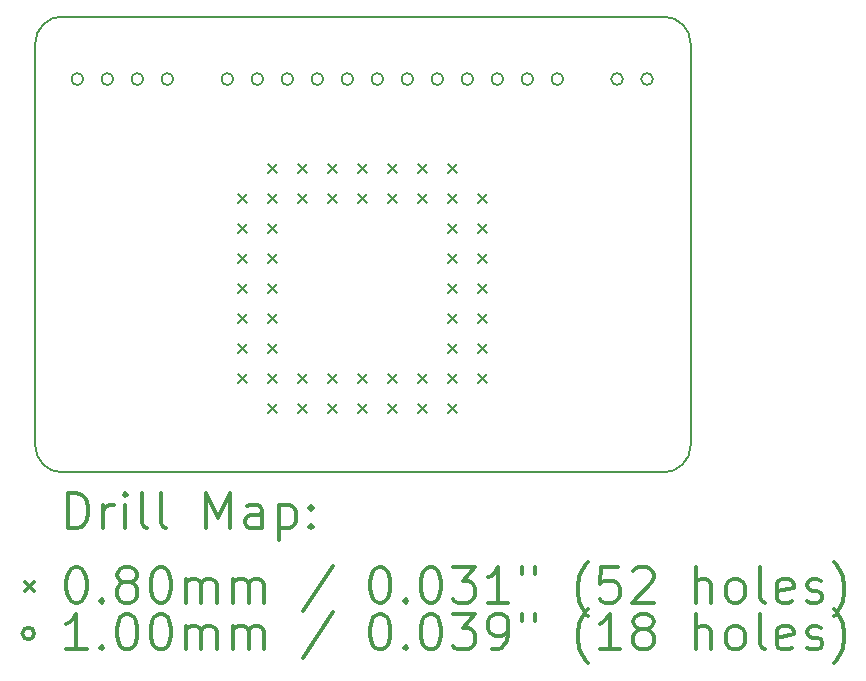
<source format=gbr>
%FSLAX45Y45*%
G04 Gerber Fmt 4.5, Leading zero omitted, Abs format (unit mm)*
G04 Created by KiCad (PCBNEW (5.1.6)-1) date 2021-06-26 13:41:21*
%MOMM*%
%LPD*%
G01*
G04 APERTURE LIST*
%TA.AperFunction,Profile*%
%ADD10C,0.150000*%
%TD*%
%ADD11C,0.200000*%
%ADD12C,0.300000*%
G04 APERTURE END LIST*
D10*
X11660000Y-7140000D02*
X16750000Y-7140000D01*
X16750000Y-3280000D02*
X11660000Y-3280000D01*
X11430000Y-6910000D02*
X11430000Y-3510000D01*
X11660000Y-7140000D02*
G75*
G02*
X11430000Y-6910000I0J230000D01*
G01*
X11430000Y-3510000D02*
G75*
G02*
X11660000Y-3280000I230000J0D01*
G01*
X16980000Y-3510000D02*
X16980000Y-6910000D01*
X16980000Y-6910000D02*
G75*
G02*
X16750000Y-7140000I-230000J0D01*
G01*
X16750000Y-3280000D02*
G75*
G02*
X16980000Y-3510000I0J-230000D01*
G01*
D11*
X13144000Y-4782000D02*
X13224000Y-4862000D01*
X13224000Y-4782000D02*
X13144000Y-4862000D01*
X13144000Y-5036000D02*
X13224000Y-5116000D01*
X13224000Y-5036000D02*
X13144000Y-5116000D01*
X13144000Y-5290000D02*
X13224000Y-5370000D01*
X13224000Y-5290000D02*
X13144000Y-5370000D01*
X13144000Y-5544000D02*
X13224000Y-5624000D01*
X13224000Y-5544000D02*
X13144000Y-5624000D01*
X13144000Y-5798000D02*
X13224000Y-5878000D01*
X13224000Y-5798000D02*
X13144000Y-5878000D01*
X13144000Y-6052000D02*
X13224000Y-6132000D01*
X13224000Y-6052000D02*
X13144000Y-6132000D01*
X13144000Y-6306000D02*
X13224000Y-6386000D01*
X13224000Y-6306000D02*
X13144000Y-6386000D01*
X13398000Y-4528000D02*
X13478000Y-4608000D01*
X13478000Y-4528000D02*
X13398000Y-4608000D01*
X13398000Y-4782000D02*
X13478000Y-4862000D01*
X13478000Y-4782000D02*
X13398000Y-4862000D01*
X13398000Y-5036000D02*
X13478000Y-5116000D01*
X13478000Y-5036000D02*
X13398000Y-5116000D01*
X13398000Y-5290000D02*
X13478000Y-5370000D01*
X13478000Y-5290000D02*
X13398000Y-5370000D01*
X13398000Y-5544000D02*
X13478000Y-5624000D01*
X13478000Y-5544000D02*
X13398000Y-5624000D01*
X13398000Y-5798000D02*
X13478000Y-5878000D01*
X13478000Y-5798000D02*
X13398000Y-5878000D01*
X13398000Y-6052000D02*
X13478000Y-6132000D01*
X13478000Y-6052000D02*
X13398000Y-6132000D01*
X13398000Y-6306000D02*
X13478000Y-6386000D01*
X13478000Y-6306000D02*
X13398000Y-6386000D01*
X13398000Y-6560000D02*
X13478000Y-6640000D01*
X13478000Y-6560000D02*
X13398000Y-6640000D01*
X13652000Y-4528000D02*
X13732000Y-4608000D01*
X13732000Y-4528000D02*
X13652000Y-4608000D01*
X13652000Y-4782000D02*
X13732000Y-4862000D01*
X13732000Y-4782000D02*
X13652000Y-4862000D01*
X13652000Y-6306000D02*
X13732000Y-6386000D01*
X13732000Y-6306000D02*
X13652000Y-6386000D01*
X13652000Y-6560000D02*
X13732000Y-6640000D01*
X13732000Y-6560000D02*
X13652000Y-6640000D01*
X13906000Y-4528000D02*
X13986000Y-4608000D01*
X13986000Y-4528000D02*
X13906000Y-4608000D01*
X13906000Y-4782000D02*
X13986000Y-4862000D01*
X13986000Y-4782000D02*
X13906000Y-4862000D01*
X13906000Y-6306000D02*
X13986000Y-6386000D01*
X13986000Y-6306000D02*
X13906000Y-6386000D01*
X13906000Y-6560000D02*
X13986000Y-6640000D01*
X13986000Y-6560000D02*
X13906000Y-6640000D01*
X14160000Y-4528000D02*
X14240000Y-4608000D01*
X14240000Y-4528000D02*
X14160000Y-4608000D01*
X14160000Y-4782000D02*
X14240000Y-4862000D01*
X14240000Y-4782000D02*
X14160000Y-4862000D01*
X14160000Y-6306000D02*
X14240000Y-6386000D01*
X14240000Y-6306000D02*
X14160000Y-6386000D01*
X14160000Y-6560000D02*
X14240000Y-6640000D01*
X14240000Y-6560000D02*
X14160000Y-6640000D01*
X14414000Y-4528000D02*
X14494000Y-4608000D01*
X14494000Y-4528000D02*
X14414000Y-4608000D01*
X14414000Y-4782000D02*
X14494000Y-4862000D01*
X14494000Y-4782000D02*
X14414000Y-4862000D01*
X14414000Y-6306000D02*
X14494000Y-6386000D01*
X14494000Y-6306000D02*
X14414000Y-6386000D01*
X14414000Y-6560000D02*
X14494000Y-6640000D01*
X14494000Y-6560000D02*
X14414000Y-6640000D01*
X14668000Y-4528000D02*
X14748000Y-4608000D01*
X14748000Y-4528000D02*
X14668000Y-4608000D01*
X14668000Y-4782000D02*
X14748000Y-4862000D01*
X14748000Y-4782000D02*
X14668000Y-4862000D01*
X14668000Y-6306000D02*
X14748000Y-6386000D01*
X14748000Y-6306000D02*
X14668000Y-6386000D01*
X14668000Y-6560000D02*
X14748000Y-6640000D01*
X14748000Y-6560000D02*
X14668000Y-6640000D01*
X14922000Y-4528000D02*
X15002000Y-4608000D01*
X15002000Y-4528000D02*
X14922000Y-4608000D01*
X14922000Y-4782000D02*
X15002000Y-4862000D01*
X15002000Y-4782000D02*
X14922000Y-4862000D01*
X14922000Y-5036000D02*
X15002000Y-5116000D01*
X15002000Y-5036000D02*
X14922000Y-5116000D01*
X14922000Y-5290000D02*
X15002000Y-5370000D01*
X15002000Y-5290000D02*
X14922000Y-5370000D01*
X14922000Y-5544000D02*
X15002000Y-5624000D01*
X15002000Y-5544000D02*
X14922000Y-5624000D01*
X14922000Y-5798000D02*
X15002000Y-5878000D01*
X15002000Y-5798000D02*
X14922000Y-5878000D01*
X14922000Y-6052000D02*
X15002000Y-6132000D01*
X15002000Y-6052000D02*
X14922000Y-6132000D01*
X14922000Y-6306000D02*
X15002000Y-6386000D01*
X15002000Y-6306000D02*
X14922000Y-6386000D01*
X14922000Y-6560000D02*
X15002000Y-6640000D01*
X15002000Y-6560000D02*
X14922000Y-6640000D01*
X15176000Y-4782000D02*
X15256000Y-4862000D01*
X15256000Y-4782000D02*
X15176000Y-4862000D01*
X15176000Y-5036000D02*
X15256000Y-5116000D01*
X15256000Y-5036000D02*
X15176000Y-5116000D01*
X15176000Y-5290000D02*
X15256000Y-5370000D01*
X15256000Y-5290000D02*
X15176000Y-5370000D01*
X15176000Y-5544000D02*
X15256000Y-5624000D01*
X15256000Y-5544000D02*
X15176000Y-5624000D01*
X15176000Y-5798000D02*
X15256000Y-5878000D01*
X15256000Y-5798000D02*
X15176000Y-5878000D01*
X15176000Y-6052000D02*
X15256000Y-6132000D01*
X15256000Y-6052000D02*
X15176000Y-6132000D01*
X15176000Y-6306000D02*
X15256000Y-6386000D01*
X15256000Y-6306000D02*
X15176000Y-6386000D01*
X11837000Y-3810000D02*
G75*
G03*
X11837000Y-3810000I-50000J0D01*
G01*
X12091000Y-3810000D02*
G75*
G03*
X12091000Y-3810000I-50000J0D01*
G01*
X12345000Y-3810000D02*
G75*
G03*
X12345000Y-3810000I-50000J0D01*
G01*
X12599000Y-3810000D02*
G75*
G03*
X12599000Y-3810000I-50000J0D01*
G01*
X13107000Y-3810000D02*
G75*
G03*
X13107000Y-3810000I-50000J0D01*
G01*
X13361000Y-3810000D02*
G75*
G03*
X13361000Y-3810000I-50000J0D01*
G01*
X13615000Y-3810000D02*
G75*
G03*
X13615000Y-3810000I-50000J0D01*
G01*
X13869000Y-3810000D02*
G75*
G03*
X13869000Y-3810000I-50000J0D01*
G01*
X14123000Y-3810000D02*
G75*
G03*
X14123000Y-3810000I-50000J0D01*
G01*
X14377000Y-3810000D02*
G75*
G03*
X14377000Y-3810000I-50000J0D01*
G01*
X14631000Y-3810000D02*
G75*
G03*
X14631000Y-3810000I-50000J0D01*
G01*
X14885000Y-3810000D02*
G75*
G03*
X14885000Y-3810000I-50000J0D01*
G01*
X15139000Y-3810000D02*
G75*
G03*
X15139000Y-3810000I-50000J0D01*
G01*
X15393000Y-3810000D02*
G75*
G03*
X15393000Y-3810000I-50000J0D01*
G01*
X15647000Y-3810000D02*
G75*
G03*
X15647000Y-3810000I-50000J0D01*
G01*
X15901000Y-3810000D02*
G75*
G03*
X15901000Y-3810000I-50000J0D01*
G01*
X16407000Y-3810000D02*
G75*
G03*
X16407000Y-3810000I-50000J0D01*
G01*
X16661000Y-3810000D02*
G75*
G03*
X16661000Y-3810000I-50000J0D01*
G01*
D12*
X11708928Y-7613214D02*
X11708928Y-7313214D01*
X11780357Y-7313214D01*
X11823214Y-7327500D01*
X11851786Y-7356071D01*
X11866071Y-7384643D01*
X11880357Y-7441786D01*
X11880357Y-7484643D01*
X11866071Y-7541786D01*
X11851786Y-7570357D01*
X11823214Y-7598929D01*
X11780357Y-7613214D01*
X11708928Y-7613214D01*
X12008928Y-7613214D02*
X12008928Y-7413214D01*
X12008928Y-7470357D02*
X12023214Y-7441786D01*
X12037500Y-7427500D01*
X12066071Y-7413214D01*
X12094643Y-7413214D01*
X12194643Y-7613214D02*
X12194643Y-7413214D01*
X12194643Y-7313214D02*
X12180357Y-7327500D01*
X12194643Y-7341786D01*
X12208928Y-7327500D01*
X12194643Y-7313214D01*
X12194643Y-7341786D01*
X12380357Y-7613214D02*
X12351786Y-7598929D01*
X12337500Y-7570357D01*
X12337500Y-7313214D01*
X12537500Y-7613214D02*
X12508928Y-7598929D01*
X12494643Y-7570357D01*
X12494643Y-7313214D01*
X12880357Y-7613214D02*
X12880357Y-7313214D01*
X12980357Y-7527500D01*
X13080357Y-7313214D01*
X13080357Y-7613214D01*
X13351786Y-7613214D02*
X13351786Y-7456071D01*
X13337500Y-7427500D01*
X13308928Y-7413214D01*
X13251786Y-7413214D01*
X13223214Y-7427500D01*
X13351786Y-7598929D02*
X13323214Y-7613214D01*
X13251786Y-7613214D01*
X13223214Y-7598929D01*
X13208928Y-7570357D01*
X13208928Y-7541786D01*
X13223214Y-7513214D01*
X13251786Y-7498929D01*
X13323214Y-7498929D01*
X13351786Y-7484643D01*
X13494643Y-7413214D02*
X13494643Y-7713214D01*
X13494643Y-7427500D02*
X13523214Y-7413214D01*
X13580357Y-7413214D01*
X13608928Y-7427500D01*
X13623214Y-7441786D01*
X13637500Y-7470357D01*
X13637500Y-7556071D01*
X13623214Y-7584643D01*
X13608928Y-7598929D01*
X13580357Y-7613214D01*
X13523214Y-7613214D01*
X13494643Y-7598929D01*
X13766071Y-7584643D02*
X13780357Y-7598929D01*
X13766071Y-7613214D01*
X13751786Y-7598929D01*
X13766071Y-7584643D01*
X13766071Y-7613214D01*
X13766071Y-7427500D02*
X13780357Y-7441786D01*
X13766071Y-7456071D01*
X13751786Y-7441786D01*
X13766071Y-7427500D01*
X13766071Y-7456071D01*
X11342500Y-8067500D02*
X11422500Y-8147500D01*
X11422500Y-8067500D02*
X11342500Y-8147500D01*
X11766071Y-7943214D02*
X11794643Y-7943214D01*
X11823214Y-7957500D01*
X11837500Y-7971786D01*
X11851786Y-8000357D01*
X11866071Y-8057500D01*
X11866071Y-8128929D01*
X11851786Y-8186071D01*
X11837500Y-8214643D01*
X11823214Y-8228929D01*
X11794643Y-8243214D01*
X11766071Y-8243214D01*
X11737500Y-8228929D01*
X11723214Y-8214643D01*
X11708928Y-8186071D01*
X11694643Y-8128929D01*
X11694643Y-8057500D01*
X11708928Y-8000357D01*
X11723214Y-7971786D01*
X11737500Y-7957500D01*
X11766071Y-7943214D01*
X11994643Y-8214643D02*
X12008928Y-8228929D01*
X11994643Y-8243214D01*
X11980357Y-8228929D01*
X11994643Y-8214643D01*
X11994643Y-8243214D01*
X12180357Y-8071786D02*
X12151786Y-8057500D01*
X12137500Y-8043214D01*
X12123214Y-8014643D01*
X12123214Y-8000357D01*
X12137500Y-7971786D01*
X12151786Y-7957500D01*
X12180357Y-7943214D01*
X12237500Y-7943214D01*
X12266071Y-7957500D01*
X12280357Y-7971786D01*
X12294643Y-8000357D01*
X12294643Y-8014643D01*
X12280357Y-8043214D01*
X12266071Y-8057500D01*
X12237500Y-8071786D01*
X12180357Y-8071786D01*
X12151786Y-8086071D01*
X12137500Y-8100357D01*
X12123214Y-8128929D01*
X12123214Y-8186071D01*
X12137500Y-8214643D01*
X12151786Y-8228929D01*
X12180357Y-8243214D01*
X12237500Y-8243214D01*
X12266071Y-8228929D01*
X12280357Y-8214643D01*
X12294643Y-8186071D01*
X12294643Y-8128929D01*
X12280357Y-8100357D01*
X12266071Y-8086071D01*
X12237500Y-8071786D01*
X12480357Y-7943214D02*
X12508928Y-7943214D01*
X12537500Y-7957500D01*
X12551786Y-7971786D01*
X12566071Y-8000357D01*
X12580357Y-8057500D01*
X12580357Y-8128929D01*
X12566071Y-8186071D01*
X12551786Y-8214643D01*
X12537500Y-8228929D01*
X12508928Y-8243214D01*
X12480357Y-8243214D01*
X12451786Y-8228929D01*
X12437500Y-8214643D01*
X12423214Y-8186071D01*
X12408928Y-8128929D01*
X12408928Y-8057500D01*
X12423214Y-8000357D01*
X12437500Y-7971786D01*
X12451786Y-7957500D01*
X12480357Y-7943214D01*
X12708928Y-8243214D02*
X12708928Y-8043214D01*
X12708928Y-8071786D02*
X12723214Y-8057500D01*
X12751786Y-8043214D01*
X12794643Y-8043214D01*
X12823214Y-8057500D01*
X12837500Y-8086071D01*
X12837500Y-8243214D01*
X12837500Y-8086071D02*
X12851786Y-8057500D01*
X12880357Y-8043214D01*
X12923214Y-8043214D01*
X12951786Y-8057500D01*
X12966071Y-8086071D01*
X12966071Y-8243214D01*
X13108928Y-8243214D02*
X13108928Y-8043214D01*
X13108928Y-8071786D02*
X13123214Y-8057500D01*
X13151786Y-8043214D01*
X13194643Y-8043214D01*
X13223214Y-8057500D01*
X13237500Y-8086071D01*
X13237500Y-8243214D01*
X13237500Y-8086071D02*
X13251786Y-8057500D01*
X13280357Y-8043214D01*
X13323214Y-8043214D01*
X13351786Y-8057500D01*
X13366071Y-8086071D01*
X13366071Y-8243214D01*
X13951786Y-7928929D02*
X13694643Y-8314643D01*
X14337500Y-7943214D02*
X14366071Y-7943214D01*
X14394643Y-7957500D01*
X14408928Y-7971786D01*
X14423214Y-8000357D01*
X14437500Y-8057500D01*
X14437500Y-8128929D01*
X14423214Y-8186071D01*
X14408928Y-8214643D01*
X14394643Y-8228929D01*
X14366071Y-8243214D01*
X14337500Y-8243214D01*
X14308928Y-8228929D01*
X14294643Y-8214643D01*
X14280357Y-8186071D01*
X14266071Y-8128929D01*
X14266071Y-8057500D01*
X14280357Y-8000357D01*
X14294643Y-7971786D01*
X14308928Y-7957500D01*
X14337500Y-7943214D01*
X14566071Y-8214643D02*
X14580357Y-8228929D01*
X14566071Y-8243214D01*
X14551786Y-8228929D01*
X14566071Y-8214643D01*
X14566071Y-8243214D01*
X14766071Y-7943214D02*
X14794643Y-7943214D01*
X14823214Y-7957500D01*
X14837500Y-7971786D01*
X14851786Y-8000357D01*
X14866071Y-8057500D01*
X14866071Y-8128929D01*
X14851786Y-8186071D01*
X14837500Y-8214643D01*
X14823214Y-8228929D01*
X14794643Y-8243214D01*
X14766071Y-8243214D01*
X14737500Y-8228929D01*
X14723214Y-8214643D01*
X14708928Y-8186071D01*
X14694643Y-8128929D01*
X14694643Y-8057500D01*
X14708928Y-8000357D01*
X14723214Y-7971786D01*
X14737500Y-7957500D01*
X14766071Y-7943214D01*
X14966071Y-7943214D02*
X15151786Y-7943214D01*
X15051786Y-8057500D01*
X15094643Y-8057500D01*
X15123214Y-8071786D01*
X15137500Y-8086071D01*
X15151786Y-8114643D01*
X15151786Y-8186071D01*
X15137500Y-8214643D01*
X15123214Y-8228929D01*
X15094643Y-8243214D01*
X15008928Y-8243214D01*
X14980357Y-8228929D01*
X14966071Y-8214643D01*
X15437500Y-8243214D02*
X15266071Y-8243214D01*
X15351786Y-8243214D02*
X15351786Y-7943214D01*
X15323214Y-7986071D01*
X15294643Y-8014643D01*
X15266071Y-8028929D01*
X15551786Y-7943214D02*
X15551786Y-8000357D01*
X15666071Y-7943214D02*
X15666071Y-8000357D01*
X16108928Y-8357500D02*
X16094643Y-8343214D01*
X16066071Y-8300357D01*
X16051786Y-8271786D01*
X16037500Y-8228929D01*
X16023214Y-8157500D01*
X16023214Y-8100357D01*
X16037500Y-8028929D01*
X16051786Y-7986071D01*
X16066071Y-7957500D01*
X16094643Y-7914643D01*
X16108928Y-7900357D01*
X16366071Y-7943214D02*
X16223214Y-7943214D01*
X16208928Y-8086071D01*
X16223214Y-8071786D01*
X16251786Y-8057500D01*
X16323214Y-8057500D01*
X16351786Y-8071786D01*
X16366071Y-8086071D01*
X16380357Y-8114643D01*
X16380357Y-8186071D01*
X16366071Y-8214643D01*
X16351786Y-8228929D01*
X16323214Y-8243214D01*
X16251786Y-8243214D01*
X16223214Y-8228929D01*
X16208928Y-8214643D01*
X16494643Y-7971786D02*
X16508928Y-7957500D01*
X16537500Y-7943214D01*
X16608928Y-7943214D01*
X16637500Y-7957500D01*
X16651786Y-7971786D01*
X16666071Y-8000357D01*
X16666071Y-8028929D01*
X16651786Y-8071786D01*
X16480357Y-8243214D01*
X16666071Y-8243214D01*
X17023214Y-8243214D02*
X17023214Y-7943214D01*
X17151786Y-8243214D02*
X17151786Y-8086071D01*
X17137500Y-8057500D01*
X17108928Y-8043214D01*
X17066071Y-8043214D01*
X17037500Y-8057500D01*
X17023214Y-8071786D01*
X17337500Y-8243214D02*
X17308928Y-8228929D01*
X17294643Y-8214643D01*
X17280357Y-8186071D01*
X17280357Y-8100357D01*
X17294643Y-8071786D01*
X17308928Y-8057500D01*
X17337500Y-8043214D01*
X17380357Y-8043214D01*
X17408928Y-8057500D01*
X17423214Y-8071786D01*
X17437500Y-8100357D01*
X17437500Y-8186071D01*
X17423214Y-8214643D01*
X17408928Y-8228929D01*
X17380357Y-8243214D01*
X17337500Y-8243214D01*
X17608928Y-8243214D02*
X17580357Y-8228929D01*
X17566071Y-8200357D01*
X17566071Y-7943214D01*
X17837500Y-8228929D02*
X17808928Y-8243214D01*
X17751786Y-8243214D01*
X17723214Y-8228929D01*
X17708928Y-8200357D01*
X17708928Y-8086071D01*
X17723214Y-8057500D01*
X17751786Y-8043214D01*
X17808928Y-8043214D01*
X17837500Y-8057500D01*
X17851786Y-8086071D01*
X17851786Y-8114643D01*
X17708928Y-8143214D01*
X17966071Y-8228929D02*
X17994643Y-8243214D01*
X18051786Y-8243214D01*
X18080357Y-8228929D01*
X18094643Y-8200357D01*
X18094643Y-8186071D01*
X18080357Y-8157500D01*
X18051786Y-8143214D01*
X18008928Y-8143214D01*
X17980357Y-8128929D01*
X17966071Y-8100357D01*
X17966071Y-8086071D01*
X17980357Y-8057500D01*
X18008928Y-8043214D01*
X18051786Y-8043214D01*
X18080357Y-8057500D01*
X18194643Y-8357500D02*
X18208928Y-8343214D01*
X18237500Y-8300357D01*
X18251786Y-8271786D01*
X18266071Y-8228929D01*
X18280357Y-8157500D01*
X18280357Y-8100357D01*
X18266071Y-8028929D01*
X18251786Y-7986071D01*
X18237500Y-7957500D01*
X18208928Y-7914643D01*
X18194643Y-7900357D01*
X11422500Y-8503500D02*
G75*
G03*
X11422500Y-8503500I-50000J0D01*
G01*
X11866071Y-8639214D02*
X11694643Y-8639214D01*
X11780357Y-8639214D02*
X11780357Y-8339214D01*
X11751786Y-8382071D01*
X11723214Y-8410643D01*
X11694643Y-8424929D01*
X11994643Y-8610643D02*
X12008928Y-8624929D01*
X11994643Y-8639214D01*
X11980357Y-8624929D01*
X11994643Y-8610643D01*
X11994643Y-8639214D01*
X12194643Y-8339214D02*
X12223214Y-8339214D01*
X12251786Y-8353500D01*
X12266071Y-8367786D01*
X12280357Y-8396357D01*
X12294643Y-8453500D01*
X12294643Y-8524929D01*
X12280357Y-8582072D01*
X12266071Y-8610643D01*
X12251786Y-8624929D01*
X12223214Y-8639214D01*
X12194643Y-8639214D01*
X12166071Y-8624929D01*
X12151786Y-8610643D01*
X12137500Y-8582072D01*
X12123214Y-8524929D01*
X12123214Y-8453500D01*
X12137500Y-8396357D01*
X12151786Y-8367786D01*
X12166071Y-8353500D01*
X12194643Y-8339214D01*
X12480357Y-8339214D02*
X12508928Y-8339214D01*
X12537500Y-8353500D01*
X12551786Y-8367786D01*
X12566071Y-8396357D01*
X12580357Y-8453500D01*
X12580357Y-8524929D01*
X12566071Y-8582072D01*
X12551786Y-8610643D01*
X12537500Y-8624929D01*
X12508928Y-8639214D01*
X12480357Y-8639214D01*
X12451786Y-8624929D01*
X12437500Y-8610643D01*
X12423214Y-8582072D01*
X12408928Y-8524929D01*
X12408928Y-8453500D01*
X12423214Y-8396357D01*
X12437500Y-8367786D01*
X12451786Y-8353500D01*
X12480357Y-8339214D01*
X12708928Y-8639214D02*
X12708928Y-8439214D01*
X12708928Y-8467786D02*
X12723214Y-8453500D01*
X12751786Y-8439214D01*
X12794643Y-8439214D01*
X12823214Y-8453500D01*
X12837500Y-8482072D01*
X12837500Y-8639214D01*
X12837500Y-8482072D02*
X12851786Y-8453500D01*
X12880357Y-8439214D01*
X12923214Y-8439214D01*
X12951786Y-8453500D01*
X12966071Y-8482072D01*
X12966071Y-8639214D01*
X13108928Y-8639214D02*
X13108928Y-8439214D01*
X13108928Y-8467786D02*
X13123214Y-8453500D01*
X13151786Y-8439214D01*
X13194643Y-8439214D01*
X13223214Y-8453500D01*
X13237500Y-8482072D01*
X13237500Y-8639214D01*
X13237500Y-8482072D02*
X13251786Y-8453500D01*
X13280357Y-8439214D01*
X13323214Y-8439214D01*
X13351786Y-8453500D01*
X13366071Y-8482072D01*
X13366071Y-8639214D01*
X13951786Y-8324929D02*
X13694643Y-8710643D01*
X14337500Y-8339214D02*
X14366071Y-8339214D01*
X14394643Y-8353500D01*
X14408928Y-8367786D01*
X14423214Y-8396357D01*
X14437500Y-8453500D01*
X14437500Y-8524929D01*
X14423214Y-8582072D01*
X14408928Y-8610643D01*
X14394643Y-8624929D01*
X14366071Y-8639214D01*
X14337500Y-8639214D01*
X14308928Y-8624929D01*
X14294643Y-8610643D01*
X14280357Y-8582072D01*
X14266071Y-8524929D01*
X14266071Y-8453500D01*
X14280357Y-8396357D01*
X14294643Y-8367786D01*
X14308928Y-8353500D01*
X14337500Y-8339214D01*
X14566071Y-8610643D02*
X14580357Y-8624929D01*
X14566071Y-8639214D01*
X14551786Y-8624929D01*
X14566071Y-8610643D01*
X14566071Y-8639214D01*
X14766071Y-8339214D02*
X14794643Y-8339214D01*
X14823214Y-8353500D01*
X14837500Y-8367786D01*
X14851786Y-8396357D01*
X14866071Y-8453500D01*
X14866071Y-8524929D01*
X14851786Y-8582072D01*
X14837500Y-8610643D01*
X14823214Y-8624929D01*
X14794643Y-8639214D01*
X14766071Y-8639214D01*
X14737500Y-8624929D01*
X14723214Y-8610643D01*
X14708928Y-8582072D01*
X14694643Y-8524929D01*
X14694643Y-8453500D01*
X14708928Y-8396357D01*
X14723214Y-8367786D01*
X14737500Y-8353500D01*
X14766071Y-8339214D01*
X14966071Y-8339214D02*
X15151786Y-8339214D01*
X15051786Y-8453500D01*
X15094643Y-8453500D01*
X15123214Y-8467786D01*
X15137500Y-8482072D01*
X15151786Y-8510643D01*
X15151786Y-8582072D01*
X15137500Y-8610643D01*
X15123214Y-8624929D01*
X15094643Y-8639214D01*
X15008928Y-8639214D01*
X14980357Y-8624929D01*
X14966071Y-8610643D01*
X15294643Y-8639214D02*
X15351786Y-8639214D01*
X15380357Y-8624929D01*
X15394643Y-8610643D01*
X15423214Y-8567786D01*
X15437500Y-8510643D01*
X15437500Y-8396357D01*
X15423214Y-8367786D01*
X15408928Y-8353500D01*
X15380357Y-8339214D01*
X15323214Y-8339214D01*
X15294643Y-8353500D01*
X15280357Y-8367786D01*
X15266071Y-8396357D01*
X15266071Y-8467786D01*
X15280357Y-8496357D01*
X15294643Y-8510643D01*
X15323214Y-8524929D01*
X15380357Y-8524929D01*
X15408928Y-8510643D01*
X15423214Y-8496357D01*
X15437500Y-8467786D01*
X15551786Y-8339214D02*
X15551786Y-8396357D01*
X15666071Y-8339214D02*
X15666071Y-8396357D01*
X16108928Y-8753500D02*
X16094643Y-8739214D01*
X16066071Y-8696357D01*
X16051786Y-8667786D01*
X16037500Y-8624929D01*
X16023214Y-8553500D01*
X16023214Y-8496357D01*
X16037500Y-8424929D01*
X16051786Y-8382071D01*
X16066071Y-8353500D01*
X16094643Y-8310643D01*
X16108928Y-8296357D01*
X16380357Y-8639214D02*
X16208928Y-8639214D01*
X16294643Y-8639214D02*
X16294643Y-8339214D01*
X16266071Y-8382071D01*
X16237500Y-8410643D01*
X16208928Y-8424929D01*
X16551786Y-8467786D02*
X16523214Y-8453500D01*
X16508928Y-8439214D01*
X16494643Y-8410643D01*
X16494643Y-8396357D01*
X16508928Y-8367786D01*
X16523214Y-8353500D01*
X16551786Y-8339214D01*
X16608928Y-8339214D01*
X16637500Y-8353500D01*
X16651786Y-8367786D01*
X16666071Y-8396357D01*
X16666071Y-8410643D01*
X16651786Y-8439214D01*
X16637500Y-8453500D01*
X16608928Y-8467786D01*
X16551786Y-8467786D01*
X16523214Y-8482072D01*
X16508928Y-8496357D01*
X16494643Y-8524929D01*
X16494643Y-8582072D01*
X16508928Y-8610643D01*
X16523214Y-8624929D01*
X16551786Y-8639214D01*
X16608928Y-8639214D01*
X16637500Y-8624929D01*
X16651786Y-8610643D01*
X16666071Y-8582072D01*
X16666071Y-8524929D01*
X16651786Y-8496357D01*
X16637500Y-8482072D01*
X16608928Y-8467786D01*
X17023214Y-8639214D02*
X17023214Y-8339214D01*
X17151786Y-8639214D02*
X17151786Y-8482072D01*
X17137500Y-8453500D01*
X17108928Y-8439214D01*
X17066071Y-8439214D01*
X17037500Y-8453500D01*
X17023214Y-8467786D01*
X17337500Y-8639214D02*
X17308928Y-8624929D01*
X17294643Y-8610643D01*
X17280357Y-8582072D01*
X17280357Y-8496357D01*
X17294643Y-8467786D01*
X17308928Y-8453500D01*
X17337500Y-8439214D01*
X17380357Y-8439214D01*
X17408928Y-8453500D01*
X17423214Y-8467786D01*
X17437500Y-8496357D01*
X17437500Y-8582072D01*
X17423214Y-8610643D01*
X17408928Y-8624929D01*
X17380357Y-8639214D01*
X17337500Y-8639214D01*
X17608928Y-8639214D02*
X17580357Y-8624929D01*
X17566071Y-8596357D01*
X17566071Y-8339214D01*
X17837500Y-8624929D02*
X17808928Y-8639214D01*
X17751786Y-8639214D01*
X17723214Y-8624929D01*
X17708928Y-8596357D01*
X17708928Y-8482072D01*
X17723214Y-8453500D01*
X17751786Y-8439214D01*
X17808928Y-8439214D01*
X17837500Y-8453500D01*
X17851786Y-8482072D01*
X17851786Y-8510643D01*
X17708928Y-8539214D01*
X17966071Y-8624929D02*
X17994643Y-8639214D01*
X18051786Y-8639214D01*
X18080357Y-8624929D01*
X18094643Y-8596357D01*
X18094643Y-8582072D01*
X18080357Y-8553500D01*
X18051786Y-8539214D01*
X18008928Y-8539214D01*
X17980357Y-8524929D01*
X17966071Y-8496357D01*
X17966071Y-8482072D01*
X17980357Y-8453500D01*
X18008928Y-8439214D01*
X18051786Y-8439214D01*
X18080357Y-8453500D01*
X18194643Y-8753500D02*
X18208928Y-8739214D01*
X18237500Y-8696357D01*
X18251786Y-8667786D01*
X18266071Y-8624929D01*
X18280357Y-8553500D01*
X18280357Y-8496357D01*
X18266071Y-8424929D01*
X18251786Y-8382071D01*
X18237500Y-8353500D01*
X18208928Y-8310643D01*
X18194643Y-8296357D01*
M02*

</source>
